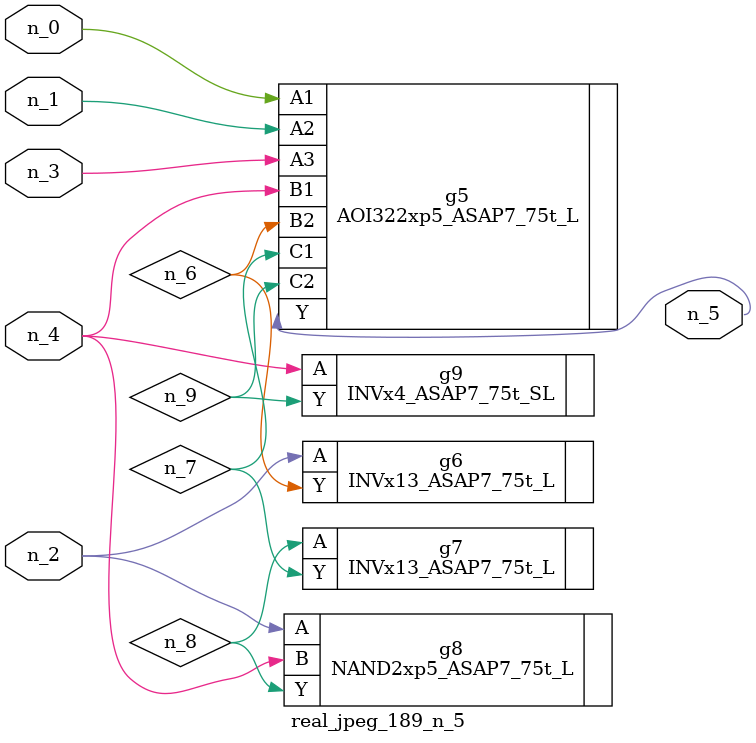
<source format=v>
module real_jpeg_189_n_5 (n_4, n_0, n_1, n_2, n_3, n_5);

input n_4;
input n_0;
input n_1;
input n_2;
input n_3;

output n_5;

wire n_8;
wire n_6;
wire n_7;
wire n_9;

AOI322xp5_ASAP7_75t_L g5 ( 
.A1(n_0),
.A2(n_1),
.A3(n_3),
.B1(n_4),
.B2(n_6),
.C1(n_7),
.C2(n_9),
.Y(n_5)
);

INVx13_ASAP7_75t_L g6 ( 
.A(n_2),
.Y(n_6)
);

NAND2xp5_ASAP7_75t_L g8 ( 
.A(n_2),
.B(n_4),
.Y(n_8)
);

INVx4_ASAP7_75t_SL g9 ( 
.A(n_4),
.Y(n_9)
);

INVx13_ASAP7_75t_L g7 ( 
.A(n_8),
.Y(n_7)
);


endmodule
</source>
